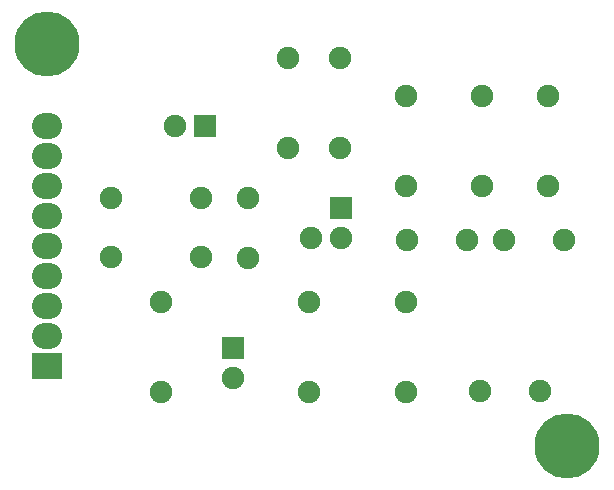
<source format=gbs>
G04 #@! TF.FileFunction,Soldermask,Bot*
%FSLAX45Y45*%
G04 Gerber Fmt 4.5, Leading zero omitted, Abs format (unit mm)*
G04 Created by KiCad (PCBNEW (2015-01-25 BZR 5388)-product) date Mo 03 Aug 2015 14:21:19 CEST*
%MOMM*%
G01*
G04 APERTURE LIST*
%ADD10C,0.150000*%
%ADD11C,5.509260*%
%ADD12C,1.905000*%
%ADD13R,2.540000X2.235200*%
%ADD14O,2.540000X2.235200*%
%ADD15R,1.905000X1.905000*%
G04 APERTURE END LIST*
D10*
D11*
X17100042Y-9900158D03*
X12700000Y-6499860D03*
D12*
X15740126Y-7701026D03*
X15740126Y-6939026D03*
X15180056Y-7380986D03*
X15180056Y-6618986D03*
X13660120Y-8678926D03*
X13660120Y-9440926D03*
X14919960Y-9440672D03*
X14919960Y-8678672D03*
X16940022Y-7701026D03*
X16940022Y-6939026D03*
X16379952Y-7701026D03*
X16379952Y-6939026D03*
X14739874Y-7380986D03*
X14739874Y-6618986D03*
X15740126Y-9440926D03*
X15740126Y-8678926D03*
X14000988Y-7800086D03*
X13238988Y-7800086D03*
X14000988Y-8299958D03*
X13238988Y-8299958D03*
X17074134Y-8159750D03*
X16566134Y-8159750D03*
X16254222Y-8160004D03*
X15746222Y-8160004D03*
X16873982Y-9439910D03*
X16365982Y-9439910D03*
X14400022Y-7805928D03*
X14400022Y-8313928D03*
D13*
X12700000Y-9226000D03*
D14*
X12700000Y-8972000D03*
X12700000Y-8718000D03*
X12700000Y-8464000D03*
X12700000Y-8210000D03*
X12700000Y-7956000D03*
X12700000Y-7702000D03*
X12700000Y-7448000D03*
X12700000Y-7194000D03*
D15*
X14270000Y-9073000D03*
D12*
X14270000Y-9327000D03*
D15*
X14037000Y-7190000D03*
D12*
X13783000Y-7190000D03*
D15*
X15187000Y-7883000D03*
D12*
X15187000Y-8137000D03*
X14933000Y-8137000D03*
M02*

</source>
